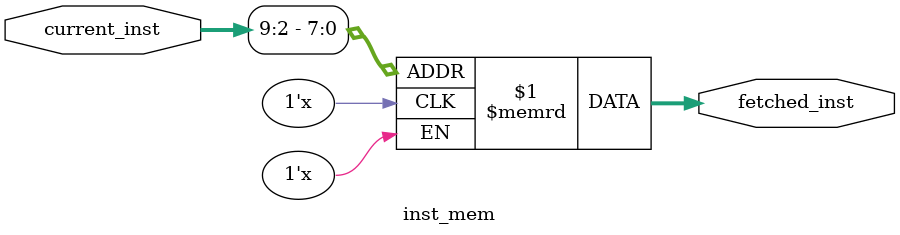
<source format=v>
module inst_mem(
	input [31:0] current_inst,
	output [31:0] fetched_inst
);
	reg [31:0] rom [0:255];
	
	assign fetched_inst = rom[current_inst[9:2]];
endmodule
</source>
